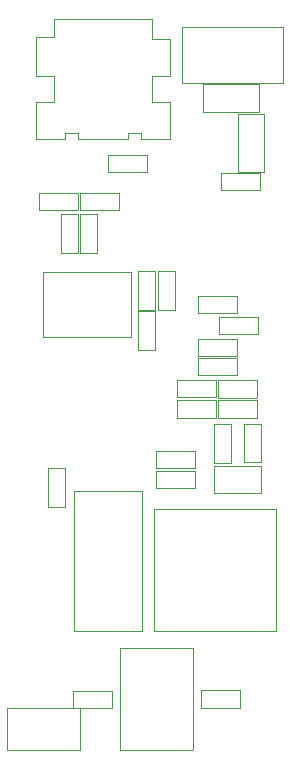
<source format=gbr>
G04 #@! TF.GenerationSoftware,KiCad,Pcbnew,(5.1.4)-1*
G04 #@! TF.CreationDate,2020-03-23T23:33:49-05:00*
G04 #@! TF.ProjectId,ExOneMicrorocessor,45784f6e-654d-4696-9372-6f726f636573,rev?*
G04 #@! TF.SameCoordinates,Original*
G04 #@! TF.FileFunction,Other,User*
%FSLAX46Y46*%
G04 Gerber Fmt 4.6, Leading zero omitted, Abs format (unit mm)*
G04 Created by KiCad (PCBNEW (5.1.4)-1) date 2020-03-23 23:33:49*
%MOMM*%
%LPD*%
G04 APERTURE LIST*
%ADD10C,0.050000*%
%ADD11C,0.100000*%
G04 APERTURE END LIST*
D10*
X148535800Y-126742600D02*
X148535800Y-123142600D01*
X142385800Y-126742600D02*
X148535800Y-126742600D01*
X142385800Y-123142600D02*
X142385800Y-126742600D01*
X148535800Y-123142600D02*
X142385800Y-123142600D01*
D11*
X153776800Y-116612200D02*
X148076800Y-116612200D01*
X153776800Y-104812200D02*
X153776800Y-116612200D01*
X148076800Y-104812200D02*
X153776800Y-104812200D01*
X148076800Y-116612200D02*
X148076800Y-104812200D01*
D10*
X156205200Y-71894900D02*
X154605200Y-71894900D01*
X156205200Y-74994900D02*
X156205200Y-71894900D01*
X153705200Y-74994900D02*
X156205200Y-74994900D01*
X153705200Y-74494900D02*
X153705200Y-74994900D01*
X152595200Y-74494900D02*
X153705200Y-74494900D01*
X152595200Y-74994900D02*
X152595200Y-74494900D01*
X148395200Y-74994900D02*
X152595200Y-74994900D01*
X148395200Y-74494900D02*
X148395200Y-74994900D01*
X147285200Y-74494900D02*
X148395200Y-74494900D01*
X147285200Y-74994900D02*
X147285200Y-74494900D01*
X144785200Y-74994900D02*
X147285200Y-74994900D01*
X144785200Y-71894900D02*
X144785200Y-74994900D01*
X146385200Y-71894900D02*
X144785200Y-71894900D01*
X146385200Y-69644900D02*
X146385200Y-71894900D01*
X144785200Y-69644900D02*
X146385200Y-69644900D01*
X144785200Y-66394900D02*
X144785200Y-69644900D01*
X146385200Y-66394900D02*
X144785200Y-66394900D01*
X146385200Y-64794900D02*
X146385200Y-66394900D01*
X154605200Y-64794900D02*
X146385200Y-64794900D01*
X154605200Y-66514900D02*
X154605200Y-64794900D01*
X156205200Y-66514900D02*
X154605200Y-66514900D01*
X156205200Y-69644900D02*
X156205200Y-66514900D01*
X154605200Y-69644900D02*
X156205200Y-69644900D01*
X154605200Y-71894900D02*
X154605200Y-69644900D01*
X154788960Y-116620200D02*
X165118960Y-116620200D01*
X154788960Y-106290200D02*
X165118960Y-106290200D01*
X165118960Y-106290200D02*
X165118960Y-116620200D01*
X154788960Y-106290200D02*
X154788960Y-116620200D01*
X163889440Y-102685200D02*
X163889440Y-104985200D01*
X159889440Y-102685200D02*
X159889440Y-104985200D01*
X159889440Y-104985200D02*
X163889440Y-104985200D01*
X159889440Y-102685200D02*
X163889440Y-102685200D01*
X163586400Y-91496900D02*
X160286400Y-91496900D01*
X163586400Y-90036900D02*
X163586400Y-91496900D01*
X160286400Y-90036900D02*
X163586400Y-90036900D01*
X160286400Y-91496900D02*
X160286400Y-90036900D01*
X158305800Y-102863400D02*
X155005800Y-102863400D01*
X158305800Y-101403400D02*
X158305800Y-102863400D01*
X155005800Y-101403400D02*
X158305800Y-101403400D01*
X155005800Y-102863400D02*
X155005800Y-101403400D01*
X147262600Y-102845600D02*
X147262600Y-106145600D01*
X145802600Y-102845600D02*
X147262600Y-102845600D01*
X145802600Y-106145600D02*
X145802600Y-102845600D01*
X147262600Y-106145600D02*
X145802600Y-106145600D01*
X151264920Y-123147840D02*
X147964920Y-123147840D01*
X151264920Y-121687840D02*
X151264920Y-123147840D01*
X147964920Y-121687840D02*
X151264920Y-121687840D01*
X147964920Y-123147840D02*
X147964920Y-121687840D01*
X162087800Y-123142760D02*
X158787800Y-123142760D01*
X162087800Y-121682760D02*
X162087800Y-123142760D01*
X158787800Y-121682760D02*
X162087800Y-121682760D01*
X158787800Y-123142760D02*
X158787800Y-121682760D01*
X149967700Y-81344500D02*
X149967700Y-84644500D01*
X148507700Y-81344500D02*
X149967700Y-81344500D01*
X148507700Y-84644500D02*
X148507700Y-81344500D01*
X149967700Y-84644500D02*
X148507700Y-84644500D01*
X148405600Y-81343200D02*
X148405600Y-84643200D01*
X146945600Y-81343200D02*
X148405600Y-81343200D01*
X146945600Y-84643200D02*
X146945600Y-81343200D01*
X148405600Y-84643200D02*
X146945600Y-84643200D01*
X151974300Y-126755300D02*
X158124300Y-126755300D01*
X151974300Y-118105300D02*
X151974300Y-126755300D01*
X158124300Y-118105300D02*
X151974300Y-118105300D01*
X158124300Y-126755300D02*
X158124300Y-118105300D01*
X165699700Y-65489400D02*
X157199700Y-65489400D01*
X165699700Y-70289400D02*
X165699700Y-65489400D01*
X157199700Y-70289400D02*
X165699700Y-70289400D01*
X157199700Y-65489400D02*
X157199700Y-70289400D01*
X145449200Y-91728200D02*
X145449200Y-86224200D01*
X152899200Y-91728200D02*
X145449200Y-91728200D01*
X152899200Y-86224200D02*
X152899200Y-91728200D01*
X145449200Y-86224200D02*
X152899200Y-86224200D01*
X164124500Y-72846700D02*
X164124500Y-77746700D01*
X161884500Y-72846700D02*
X164124500Y-72846700D01*
X161884500Y-77746700D02*
X161884500Y-72846700D01*
X164124500Y-77746700D02*
X161884500Y-77746700D01*
X163704500Y-72676400D02*
X163704500Y-70376400D01*
X159004500Y-70376400D02*
X163704500Y-70376400D01*
X159004500Y-72676400D02*
X159004500Y-70376400D01*
X163704500Y-72676400D02*
X159004500Y-72676400D01*
X161873200Y-94976700D02*
X158573200Y-94976700D01*
X161873200Y-93516700D02*
X161873200Y-94976700D01*
X158573200Y-93516700D02*
X161873200Y-93516700D01*
X158573200Y-94976700D02*
X158573200Y-93516700D01*
X161861800Y-93363800D02*
X158561800Y-93363800D01*
X161861800Y-91903800D02*
X161861800Y-93363800D01*
X158561800Y-91903800D02*
X161861800Y-91903800D01*
X158561800Y-93363800D02*
X158561800Y-91903800D01*
X161835100Y-89718900D02*
X158535100Y-89718900D01*
X161835100Y-88258900D02*
X161835100Y-89718900D01*
X158535100Y-88258900D02*
X161835100Y-88258900D01*
X158535100Y-89718900D02*
X158535100Y-88258900D01*
X163792200Y-79330300D02*
X160492200Y-79330300D01*
X163792200Y-77870300D02*
X163792200Y-79330300D01*
X160492200Y-77870300D02*
X163792200Y-77870300D01*
X160492200Y-79330300D02*
X160492200Y-77870300D01*
X158305800Y-104539800D02*
X155005800Y-104539800D01*
X158305800Y-103079800D02*
X158305800Y-104539800D01*
X155005800Y-103079800D02*
X158305800Y-103079800D01*
X155005800Y-104539800D02*
X155005800Y-103079800D01*
X155162500Y-89445100D02*
X155162500Y-86145100D01*
X156622500Y-89445100D02*
X155162500Y-89445100D01*
X156622500Y-86145100D02*
X156622500Y-89445100D01*
X155162500Y-86145100D02*
X156622500Y-86145100D01*
X154933400Y-86143800D02*
X154933400Y-89443800D01*
X153473400Y-86143800D02*
X154933400Y-86143800D01*
X153473400Y-89443800D02*
X153473400Y-86143800D01*
X154933400Y-89443800D02*
X153473400Y-89443800D01*
X153473400Y-92885500D02*
X153473400Y-89585500D01*
X154933400Y-92885500D02*
X153473400Y-92885500D01*
X154933400Y-89585500D02*
X154933400Y-92885500D01*
X153473400Y-89585500D02*
X154933400Y-89585500D01*
X151813500Y-81044800D02*
X148513500Y-81044800D01*
X151813500Y-79584800D02*
X151813500Y-81044800D01*
X148513500Y-79584800D02*
X151813500Y-79584800D01*
X148513500Y-81044800D02*
X148513500Y-79584800D01*
X145109900Y-79584800D02*
X148409900Y-79584800D01*
X145109900Y-81044800D02*
X145109900Y-79584800D01*
X148409900Y-81044800D02*
X145109900Y-81044800D01*
X148409900Y-79584800D02*
X148409900Y-81044800D01*
X154203700Y-77780900D02*
X150903700Y-77780900D01*
X154203700Y-76320900D02*
X154203700Y-77780900D01*
X150903700Y-76320900D02*
X154203700Y-76320900D01*
X150903700Y-77780900D02*
X150903700Y-76320900D01*
X159909760Y-102385160D02*
X159909760Y-99085160D01*
X161369760Y-102385160D02*
X159909760Y-102385160D01*
X161369760Y-99085160D02*
X161369760Y-102385160D01*
X159909760Y-99085160D02*
X161369760Y-99085160D01*
X162409120Y-102380080D02*
X162409120Y-99080080D01*
X163869120Y-102380080D02*
X162409120Y-102380080D01*
X163869120Y-99080080D02*
X163869120Y-102380080D01*
X162409120Y-99080080D02*
X163869120Y-99080080D01*
X160073640Y-96874080D02*
X156773640Y-96874080D01*
X160073640Y-95414080D02*
X160073640Y-96874080D01*
X156773640Y-95414080D02*
X160073640Y-95414080D01*
X156773640Y-96874080D02*
X156773640Y-95414080D01*
X160068560Y-98586040D02*
X156768560Y-98586040D01*
X160068560Y-97126040D02*
X160068560Y-98586040D01*
X156768560Y-97126040D02*
X160068560Y-97126040D01*
X156768560Y-98586040D02*
X156768560Y-97126040D01*
X160248360Y-95424240D02*
X163548360Y-95424240D01*
X160248360Y-96884240D02*
X160248360Y-95424240D01*
X163548360Y-96884240D02*
X160248360Y-96884240D01*
X163548360Y-95424240D02*
X163548360Y-96884240D01*
X160250840Y-97120960D02*
X163550840Y-97120960D01*
X160250840Y-98580960D02*
X160250840Y-97120960D01*
X163550840Y-98580960D02*
X160250840Y-98580960D01*
X163550840Y-97120960D02*
X163550840Y-98580960D01*
M02*

</source>
